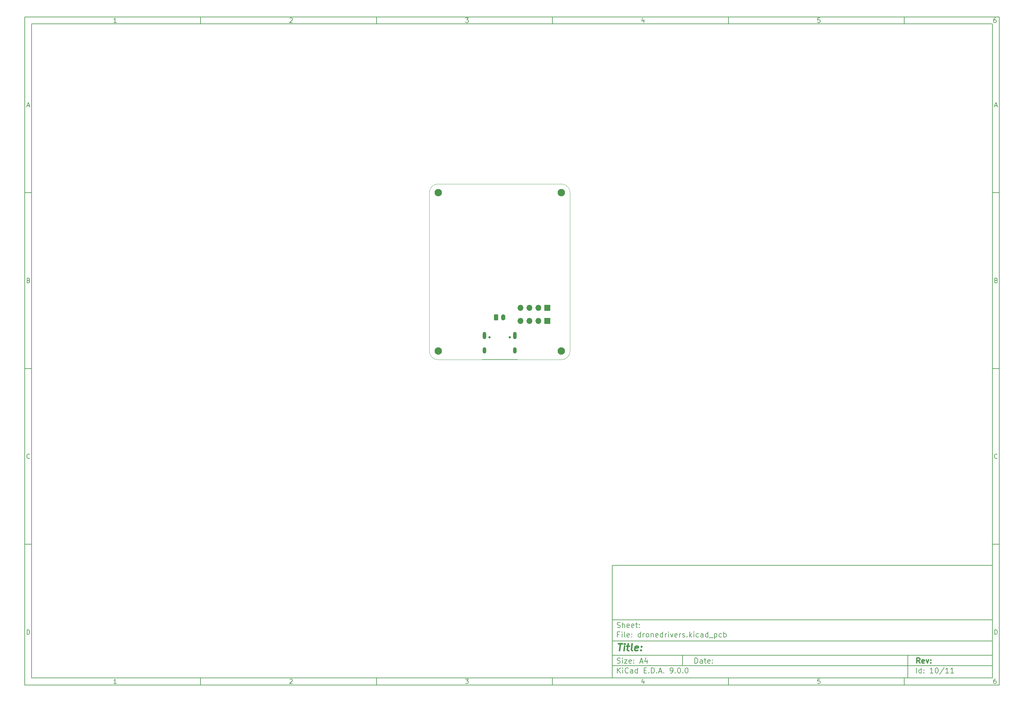
<source format=gbr>
%TF.GenerationSoftware,KiCad,Pcbnew,9.0.0*%
%TF.CreationDate,2025-03-29T01:57:51-05:00*%
%TF.ProjectId,dronedrivers,64726f6e-6564-4726-9976-6572732e6b69,rev?*%
%TF.SameCoordinates,Original*%
%TF.FileFunction,Soldermask,Bot*%
%TF.FilePolarity,Negative*%
%FSLAX46Y46*%
G04 Gerber Fmt 4.6, Leading zero omitted, Abs format (unit mm)*
G04 Created by KiCad (PCBNEW 9.0.0) date 2025-03-29 01:57:51*
%MOMM*%
%LPD*%
G01*
G04 APERTURE LIST*
G04 Aperture macros list*
%AMRoundRect*
0 Rectangle with rounded corners*
0 $1 Rounding radius*
0 $2 $3 $4 $5 $6 $7 $8 $9 X,Y pos of 4 corners*
0 Add a 4 corners polygon primitive as box body*
4,1,4,$2,$3,$4,$5,$6,$7,$8,$9,$2,$3,0*
0 Add four circle primitives for the rounded corners*
1,1,$1+$1,$2,$3*
1,1,$1+$1,$4,$5*
1,1,$1+$1,$6,$7*
1,1,$1+$1,$8,$9*
0 Add four rect primitives between the rounded corners*
20,1,$1+$1,$2,$3,$4,$5,0*
20,1,$1+$1,$4,$5,$6,$7,0*
20,1,$1+$1,$6,$7,$8,$9,0*
20,1,$1+$1,$8,$9,$2,$3,0*%
G04 Aperture macros list end*
%ADD10C,0.100000*%
%ADD11C,0.150000*%
%ADD12C,0.300000*%
%ADD13C,0.400000*%
%ADD14O,1.000000X1.800000*%
%ADD15O,1.000000X2.100000*%
%ADD16C,0.650000*%
%ADD17C,2.100000*%
%ADD18R,1.700000X1.700000*%
%ADD19O,1.700000X1.700000*%
%ADD20O,1.200000X1.750000*%
%ADD21RoundRect,0.250000X-0.350000X-0.625000X0.350000X-0.625000X0.350000X0.625000X-0.350000X0.625000X0*%
%TA.AperFunction,Profile*%
%ADD22C,0.050000*%
%TD*%
G04 APERTURE END LIST*
D10*
D11*
X177002200Y-166007200D02*
X285002200Y-166007200D01*
X285002200Y-198007200D01*
X177002200Y-198007200D01*
X177002200Y-166007200D01*
D10*
D11*
X10000000Y-10000000D02*
X287002200Y-10000000D01*
X287002200Y-200007200D01*
X10000000Y-200007200D01*
X10000000Y-10000000D01*
D10*
D11*
X12000000Y-12000000D02*
X285002200Y-12000000D01*
X285002200Y-198007200D01*
X12000000Y-198007200D01*
X12000000Y-12000000D01*
D10*
D11*
X60000000Y-12000000D02*
X60000000Y-10000000D01*
D10*
D11*
X110000000Y-12000000D02*
X110000000Y-10000000D01*
D10*
D11*
X160000000Y-12000000D02*
X160000000Y-10000000D01*
D10*
D11*
X210000000Y-12000000D02*
X210000000Y-10000000D01*
D10*
D11*
X260000000Y-12000000D02*
X260000000Y-10000000D01*
D10*
D11*
X36089160Y-11593604D02*
X35346303Y-11593604D01*
X35717731Y-11593604D02*
X35717731Y-10293604D01*
X35717731Y-10293604D02*
X35593922Y-10479319D01*
X35593922Y-10479319D02*
X35470112Y-10603128D01*
X35470112Y-10603128D02*
X35346303Y-10665033D01*
D10*
D11*
X85346303Y-10417414D02*
X85408207Y-10355509D01*
X85408207Y-10355509D02*
X85532017Y-10293604D01*
X85532017Y-10293604D02*
X85841541Y-10293604D01*
X85841541Y-10293604D02*
X85965350Y-10355509D01*
X85965350Y-10355509D02*
X86027255Y-10417414D01*
X86027255Y-10417414D02*
X86089160Y-10541223D01*
X86089160Y-10541223D02*
X86089160Y-10665033D01*
X86089160Y-10665033D02*
X86027255Y-10850747D01*
X86027255Y-10850747D02*
X85284398Y-11593604D01*
X85284398Y-11593604D02*
X86089160Y-11593604D01*
D10*
D11*
X135284398Y-10293604D02*
X136089160Y-10293604D01*
X136089160Y-10293604D02*
X135655826Y-10788842D01*
X135655826Y-10788842D02*
X135841541Y-10788842D01*
X135841541Y-10788842D02*
X135965350Y-10850747D01*
X135965350Y-10850747D02*
X136027255Y-10912652D01*
X136027255Y-10912652D02*
X136089160Y-11036461D01*
X136089160Y-11036461D02*
X136089160Y-11345985D01*
X136089160Y-11345985D02*
X136027255Y-11469795D01*
X136027255Y-11469795D02*
X135965350Y-11531700D01*
X135965350Y-11531700D02*
X135841541Y-11593604D01*
X135841541Y-11593604D02*
X135470112Y-11593604D01*
X135470112Y-11593604D02*
X135346303Y-11531700D01*
X135346303Y-11531700D02*
X135284398Y-11469795D01*
D10*
D11*
X185965350Y-10726938D02*
X185965350Y-11593604D01*
X185655826Y-10231700D02*
X185346303Y-11160271D01*
X185346303Y-11160271D02*
X186151064Y-11160271D01*
D10*
D11*
X236027255Y-10293604D02*
X235408207Y-10293604D01*
X235408207Y-10293604D02*
X235346303Y-10912652D01*
X235346303Y-10912652D02*
X235408207Y-10850747D01*
X235408207Y-10850747D02*
X235532017Y-10788842D01*
X235532017Y-10788842D02*
X235841541Y-10788842D01*
X235841541Y-10788842D02*
X235965350Y-10850747D01*
X235965350Y-10850747D02*
X236027255Y-10912652D01*
X236027255Y-10912652D02*
X236089160Y-11036461D01*
X236089160Y-11036461D02*
X236089160Y-11345985D01*
X236089160Y-11345985D02*
X236027255Y-11469795D01*
X236027255Y-11469795D02*
X235965350Y-11531700D01*
X235965350Y-11531700D02*
X235841541Y-11593604D01*
X235841541Y-11593604D02*
X235532017Y-11593604D01*
X235532017Y-11593604D02*
X235408207Y-11531700D01*
X235408207Y-11531700D02*
X235346303Y-11469795D01*
D10*
D11*
X285965350Y-10293604D02*
X285717731Y-10293604D01*
X285717731Y-10293604D02*
X285593922Y-10355509D01*
X285593922Y-10355509D02*
X285532017Y-10417414D01*
X285532017Y-10417414D02*
X285408207Y-10603128D01*
X285408207Y-10603128D02*
X285346303Y-10850747D01*
X285346303Y-10850747D02*
X285346303Y-11345985D01*
X285346303Y-11345985D02*
X285408207Y-11469795D01*
X285408207Y-11469795D02*
X285470112Y-11531700D01*
X285470112Y-11531700D02*
X285593922Y-11593604D01*
X285593922Y-11593604D02*
X285841541Y-11593604D01*
X285841541Y-11593604D02*
X285965350Y-11531700D01*
X285965350Y-11531700D02*
X286027255Y-11469795D01*
X286027255Y-11469795D02*
X286089160Y-11345985D01*
X286089160Y-11345985D02*
X286089160Y-11036461D01*
X286089160Y-11036461D02*
X286027255Y-10912652D01*
X286027255Y-10912652D02*
X285965350Y-10850747D01*
X285965350Y-10850747D02*
X285841541Y-10788842D01*
X285841541Y-10788842D02*
X285593922Y-10788842D01*
X285593922Y-10788842D02*
X285470112Y-10850747D01*
X285470112Y-10850747D02*
X285408207Y-10912652D01*
X285408207Y-10912652D02*
X285346303Y-11036461D01*
D10*
D11*
X60000000Y-198007200D02*
X60000000Y-200007200D01*
D10*
D11*
X110000000Y-198007200D02*
X110000000Y-200007200D01*
D10*
D11*
X160000000Y-198007200D02*
X160000000Y-200007200D01*
D10*
D11*
X210000000Y-198007200D02*
X210000000Y-200007200D01*
D10*
D11*
X260000000Y-198007200D02*
X260000000Y-200007200D01*
D10*
D11*
X36089160Y-199600804D02*
X35346303Y-199600804D01*
X35717731Y-199600804D02*
X35717731Y-198300804D01*
X35717731Y-198300804D02*
X35593922Y-198486519D01*
X35593922Y-198486519D02*
X35470112Y-198610328D01*
X35470112Y-198610328D02*
X35346303Y-198672233D01*
D10*
D11*
X85346303Y-198424614D02*
X85408207Y-198362709D01*
X85408207Y-198362709D02*
X85532017Y-198300804D01*
X85532017Y-198300804D02*
X85841541Y-198300804D01*
X85841541Y-198300804D02*
X85965350Y-198362709D01*
X85965350Y-198362709D02*
X86027255Y-198424614D01*
X86027255Y-198424614D02*
X86089160Y-198548423D01*
X86089160Y-198548423D02*
X86089160Y-198672233D01*
X86089160Y-198672233D02*
X86027255Y-198857947D01*
X86027255Y-198857947D02*
X85284398Y-199600804D01*
X85284398Y-199600804D02*
X86089160Y-199600804D01*
D10*
D11*
X135284398Y-198300804D02*
X136089160Y-198300804D01*
X136089160Y-198300804D02*
X135655826Y-198796042D01*
X135655826Y-198796042D02*
X135841541Y-198796042D01*
X135841541Y-198796042D02*
X135965350Y-198857947D01*
X135965350Y-198857947D02*
X136027255Y-198919852D01*
X136027255Y-198919852D02*
X136089160Y-199043661D01*
X136089160Y-199043661D02*
X136089160Y-199353185D01*
X136089160Y-199353185D02*
X136027255Y-199476995D01*
X136027255Y-199476995D02*
X135965350Y-199538900D01*
X135965350Y-199538900D02*
X135841541Y-199600804D01*
X135841541Y-199600804D02*
X135470112Y-199600804D01*
X135470112Y-199600804D02*
X135346303Y-199538900D01*
X135346303Y-199538900D02*
X135284398Y-199476995D01*
D10*
D11*
X185965350Y-198734138D02*
X185965350Y-199600804D01*
X185655826Y-198238900D02*
X185346303Y-199167471D01*
X185346303Y-199167471D02*
X186151064Y-199167471D01*
D10*
D11*
X236027255Y-198300804D02*
X235408207Y-198300804D01*
X235408207Y-198300804D02*
X235346303Y-198919852D01*
X235346303Y-198919852D02*
X235408207Y-198857947D01*
X235408207Y-198857947D02*
X235532017Y-198796042D01*
X235532017Y-198796042D02*
X235841541Y-198796042D01*
X235841541Y-198796042D02*
X235965350Y-198857947D01*
X235965350Y-198857947D02*
X236027255Y-198919852D01*
X236027255Y-198919852D02*
X236089160Y-199043661D01*
X236089160Y-199043661D02*
X236089160Y-199353185D01*
X236089160Y-199353185D02*
X236027255Y-199476995D01*
X236027255Y-199476995D02*
X235965350Y-199538900D01*
X235965350Y-199538900D02*
X235841541Y-199600804D01*
X235841541Y-199600804D02*
X235532017Y-199600804D01*
X235532017Y-199600804D02*
X235408207Y-199538900D01*
X235408207Y-199538900D02*
X235346303Y-199476995D01*
D10*
D11*
X285965350Y-198300804D02*
X285717731Y-198300804D01*
X285717731Y-198300804D02*
X285593922Y-198362709D01*
X285593922Y-198362709D02*
X285532017Y-198424614D01*
X285532017Y-198424614D02*
X285408207Y-198610328D01*
X285408207Y-198610328D02*
X285346303Y-198857947D01*
X285346303Y-198857947D02*
X285346303Y-199353185D01*
X285346303Y-199353185D02*
X285408207Y-199476995D01*
X285408207Y-199476995D02*
X285470112Y-199538900D01*
X285470112Y-199538900D02*
X285593922Y-199600804D01*
X285593922Y-199600804D02*
X285841541Y-199600804D01*
X285841541Y-199600804D02*
X285965350Y-199538900D01*
X285965350Y-199538900D02*
X286027255Y-199476995D01*
X286027255Y-199476995D02*
X286089160Y-199353185D01*
X286089160Y-199353185D02*
X286089160Y-199043661D01*
X286089160Y-199043661D02*
X286027255Y-198919852D01*
X286027255Y-198919852D02*
X285965350Y-198857947D01*
X285965350Y-198857947D02*
X285841541Y-198796042D01*
X285841541Y-198796042D02*
X285593922Y-198796042D01*
X285593922Y-198796042D02*
X285470112Y-198857947D01*
X285470112Y-198857947D02*
X285408207Y-198919852D01*
X285408207Y-198919852D02*
X285346303Y-199043661D01*
D10*
D11*
X10000000Y-60000000D02*
X12000000Y-60000000D01*
D10*
D11*
X10000000Y-110000000D02*
X12000000Y-110000000D01*
D10*
D11*
X10000000Y-160000000D02*
X12000000Y-160000000D01*
D10*
D11*
X10690476Y-35222176D02*
X11309523Y-35222176D01*
X10566666Y-35593604D02*
X10999999Y-34293604D01*
X10999999Y-34293604D02*
X11433333Y-35593604D01*
D10*
D11*
X11092857Y-84912652D02*
X11278571Y-84974557D01*
X11278571Y-84974557D02*
X11340476Y-85036461D01*
X11340476Y-85036461D02*
X11402380Y-85160271D01*
X11402380Y-85160271D02*
X11402380Y-85345985D01*
X11402380Y-85345985D02*
X11340476Y-85469795D01*
X11340476Y-85469795D02*
X11278571Y-85531700D01*
X11278571Y-85531700D02*
X11154761Y-85593604D01*
X11154761Y-85593604D02*
X10659523Y-85593604D01*
X10659523Y-85593604D02*
X10659523Y-84293604D01*
X10659523Y-84293604D02*
X11092857Y-84293604D01*
X11092857Y-84293604D02*
X11216666Y-84355509D01*
X11216666Y-84355509D02*
X11278571Y-84417414D01*
X11278571Y-84417414D02*
X11340476Y-84541223D01*
X11340476Y-84541223D02*
X11340476Y-84665033D01*
X11340476Y-84665033D02*
X11278571Y-84788842D01*
X11278571Y-84788842D02*
X11216666Y-84850747D01*
X11216666Y-84850747D02*
X11092857Y-84912652D01*
X11092857Y-84912652D02*
X10659523Y-84912652D01*
D10*
D11*
X11402380Y-135469795D02*
X11340476Y-135531700D01*
X11340476Y-135531700D02*
X11154761Y-135593604D01*
X11154761Y-135593604D02*
X11030952Y-135593604D01*
X11030952Y-135593604D02*
X10845238Y-135531700D01*
X10845238Y-135531700D02*
X10721428Y-135407890D01*
X10721428Y-135407890D02*
X10659523Y-135284080D01*
X10659523Y-135284080D02*
X10597619Y-135036461D01*
X10597619Y-135036461D02*
X10597619Y-134850747D01*
X10597619Y-134850747D02*
X10659523Y-134603128D01*
X10659523Y-134603128D02*
X10721428Y-134479319D01*
X10721428Y-134479319D02*
X10845238Y-134355509D01*
X10845238Y-134355509D02*
X11030952Y-134293604D01*
X11030952Y-134293604D02*
X11154761Y-134293604D01*
X11154761Y-134293604D02*
X11340476Y-134355509D01*
X11340476Y-134355509D02*
X11402380Y-134417414D01*
D10*
D11*
X10659523Y-185593604D02*
X10659523Y-184293604D01*
X10659523Y-184293604D02*
X10969047Y-184293604D01*
X10969047Y-184293604D02*
X11154761Y-184355509D01*
X11154761Y-184355509D02*
X11278571Y-184479319D01*
X11278571Y-184479319D02*
X11340476Y-184603128D01*
X11340476Y-184603128D02*
X11402380Y-184850747D01*
X11402380Y-184850747D02*
X11402380Y-185036461D01*
X11402380Y-185036461D02*
X11340476Y-185284080D01*
X11340476Y-185284080D02*
X11278571Y-185407890D01*
X11278571Y-185407890D02*
X11154761Y-185531700D01*
X11154761Y-185531700D02*
X10969047Y-185593604D01*
X10969047Y-185593604D02*
X10659523Y-185593604D01*
D10*
D11*
X287002200Y-60000000D02*
X285002200Y-60000000D01*
D10*
D11*
X287002200Y-110000000D02*
X285002200Y-110000000D01*
D10*
D11*
X287002200Y-160000000D02*
X285002200Y-160000000D01*
D10*
D11*
X285692676Y-35222176D02*
X286311723Y-35222176D01*
X285568866Y-35593604D02*
X286002199Y-34293604D01*
X286002199Y-34293604D02*
X286435533Y-35593604D01*
D10*
D11*
X286095057Y-84912652D02*
X286280771Y-84974557D01*
X286280771Y-84974557D02*
X286342676Y-85036461D01*
X286342676Y-85036461D02*
X286404580Y-85160271D01*
X286404580Y-85160271D02*
X286404580Y-85345985D01*
X286404580Y-85345985D02*
X286342676Y-85469795D01*
X286342676Y-85469795D02*
X286280771Y-85531700D01*
X286280771Y-85531700D02*
X286156961Y-85593604D01*
X286156961Y-85593604D02*
X285661723Y-85593604D01*
X285661723Y-85593604D02*
X285661723Y-84293604D01*
X285661723Y-84293604D02*
X286095057Y-84293604D01*
X286095057Y-84293604D02*
X286218866Y-84355509D01*
X286218866Y-84355509D02*
X286280771Y-84417414D01*
X286280771Y-84417414D02*
X286342676Y-84541223D01*
X286342676Y-84541223D02*
X286342676Y-84665033D01*
X286342676Y-84665033D02*
X286280771Y-84788842D01*
X286280771Y-84788842D02*
X286218866Y-84850747D01*
X286218866Y-84850747D02*
X286095057Y-84912652D01*
X286095057Y-84912652D02*
X285661723Y-84912652D01*
D10*
D11*
X286404580Y-135469795D02*
X286342676Y-135531700D01*
X286342676Y-135531700D02*
X286156961Y-135593604D01*
X286156961Y-135593604D02*
X286033152Y-135593604D01*
X286033152Y-135593604D02*
X285847438Y-135531700D01*
X285847438Y-135531700D02*
X285723628Y-135407890D01*
X285723628Y-135407890D02*
X285661723Y-135284080D01*
X285661723Y-135284080D02*
X285599819Y-135036461D01*
X285599819Y-135036461D02*
X285599819Y-134850747D01*
X285599819Y-134850747D02*
X285661723Y-134603128D01*
X285661723Y-134603128D02*
X285723628Y-134479319D01*
X285723628Y-134479319D02*
X285847438Y-134355509D01*
X285847438Y-134355509D02*
X286033152Y-134293604D01*
X286033152Y-134293604D02*
X286156961Y-134293604D01*
X286156961Y-134293604D02*
X286342676Y-134355509D01*
X286342676Y-134355509D02*
X286404580Y-134417414D01*
D10*
D11*
X285661723Y-185593604D02*
X285661723Y-184293604D01*
X285661723Y-184293604D02*
X285971247Y-184293604D01*
X285971247Y-184293604D02*
X286156961Y-184355509D01*
X286156961Y-184355509D02*
X286280771Y-184479319D01*
X286280771Y-184479319D02*
X286342676Y-184603128D01*
X286342676Y-184603128D02*
X286404580Y-184850747D01*
X286404580Y-184850747D02*
X286404580Y-185036461D01*
X286404580Y-185036461D02*
X286342676Y-185284080D01*
X286342676Y-185284080D02*
X286280771Y-185407890D01*
X286280771Y-185407890D02*
X286156961Y-185531700D01*
X286156961Y-185531700D02*
X285971247Y-185593604D01*
X285971247Y-185593604D02*
X285661723Y-185593604D01*
D10*
D11*
X200458026Y-193793328D02*
X200458026Y-192293328D01*
X200458026Y-192293328D02*
X200815169Y-192293328D01*
X200815169Y-192293328D02*
X201029455Y-192364757D01*
X201029455Y-192364757D02*
X201172312Y-192507614D01*
X201172312Y-192507614D02*
X201243741Y-192650471D01*
X201243741Y-192650471D02*
X201315169Y-192936185D01*
X201315169Y-192936185D02*
X201315169Y-193150471D01*
X201315169Y-193150471D02*
X201243741Y-193436185D01*
X201243741Y-193436185D02*
X201172312Y-193579042D01*
X201172312Y-193579042D02*
X201029455Y-193721900D01*
X201029455Y-193721900D02*
X200815169Y-193793328D01*
X200815169Y-193793328D02*
X200458026Y-193793328D01*
X202600884Y-193793328D02*
X202600884Y-193007614D01*
X202600884Y-193007614D02*
X202529455Y-192864757D01*
X202529455Y-192864757D02*
X202386598Y-192793328D01*
X202386598Y-192793328D02*
X202100884Y-192793328D01*
X202100884Y-192793328D02*
X201958026Y-192864757D01*
X202600884Y-193721900D02*
X202458026Y-193793328D01*
X202458026Y-193793328D02*
X202100884Y-193793328D01*
X202100884Y-193793328D02*
X201958026Y-193721900D01*
X201958026Y-193721900D02*
X201886598Y-193579042D01*
X201886598Y-193579042D02*
X201886598Y-193436185D01*
X201886598Y-193436185D02*
X201958026Y-193293328D01*
X201958026Y-193293328D02*
X202100884Y-193221900D01*
X202100884Y-193221900D02*
X202458026Y-193221900D01*
X202458026Y-193221900D02*
X202600884Y-193150471D01*
X203100884Y-192793328D02*
X203672312Y-192793328D01*
X203315169Y-192293328D02*
X203315169Y-193579042D01*
X203315169Y-193579042D02*
X203386598Y-193721900D01*
X203386598Y-193721900D02*
X203529455Y-193793328D01*
X203529455Y-193793328D02*
X203672312Y-193793328D01*
X204743741Y-193721900D02*
X204600884Y-193793328D01*
X204600884Y-193793328D02*
X204315170Y-193793328D01*
X204315170Y-193793328D02*
X204172312Y-193721900D01*
X204172312Y-193721900D02*
X204100884Y-193579042D01*
X204100884Y-193579042D02*
X204100884Y-193007614D01*
X204100884Y-193007614D02*
X204172312Y-192864757D01*
X204172312Y-192864757D02*
X204315170Y-192793328D01*
X204315170Y-192793328D02*
X204600884Y-192793328D01*
X204600884Y-192793328D02*
X204743741Y-192864757D01*
X204743741Y-192864757D02*
X204815170Y-193007614D01*
X204815170Y-193007614D02*
X204815170Y-193150471D01*
X204815170Y-193150471D02*
X204100884Y-193293328D01*
X205458026Y-193650471D02*
X205529455Y-193721900D01*
X205529455Y-193721900D02*
X205458026Y-193793328D01*
X205458026Y-193793328D02*
X205386598Y-193721900D01*
X205386598Y-193721900D02*
X205458026Y-193650471D01*
X205458026Y-193650471D02*
X205458026Y-193793328D01*
X205458026Y-192864757D02*
X205529455Y-192936185D01*
X205529455Y-192936185D02*
X205458026Y-193007614D01*
X205458026Y-193007614D02*
X205386598Y-192936185D01*
X205386598Y-192936185D02*
X205458026Y-192864757D01*
X205458026Y-192864757D02*
X205458026Y-193007614D01*
D10*
D11*
X177002200Y-194507200D02*
X285002200Y-194507200D01*
D10*
D11*
X178458026Y-196593328D02*
X178458026Y-195093328D01*
X179315169Y-196593328D02*
X178672312Y-195736185D01*
X179315169Y-195093328D02*
X178458026Y-195950471D01*
X179958026Y-196593328D02*
X179958026Y-195593328D01*
X179958026Y-195093328D02*
X179886598Y-195164757D01*
X179886598Y-195164757D02*
X179958026Y-195236185D01*
X179958026Y-195236185D02*
X180029455Y-195164757D01*
X180029455Y-195164757D02*
X179958026Y-195093328D01*
X179958026Y-195093328D02*
X179958026Y-195236185D01*
X181529455Y-196450471D02*
X181458027Y-196521900D01*
X181458027Y-196521900D02*
X181243741Y-196593328D01*
X181243741Y-196593328D02*
X181100884Y-196593328D01*
X181100884Y-196593328D02*
X180886598Y-196521900D01*
X180886598Y-196521900D02*
X180743741Y-196379042D01*
X180743741Y-196379042D02*
X180672312Y-196236185D01*
X180672312Y-196236185D02*
X180600884Y-195950471D01*
X180600884Y-195950471D02*
X180600884Y-195736185D01*
X180600884Y-195736185D02*
X180672312Y-195450471D01*
X180672312Y-195450471D02*
X180743741Y-195307614D01*
X180743741Y-195307614D02*
X180886598Y-195164757D01*
X180886598Y-195164757D02*
X181100884Y-195093328D01*
X181100884Y-195093328D02*
X181243741Y-195093328D01*
X181243741Y-195093328D02*
X181458027Y-195164757D01*
X181458027Y-195164757D02*
X181529455Y-195236185D01*
X182815170Y-196593328D02*
X182815170Y-195807614D01*
X182815170Y-195807614D02*
X182743741Y-195664757D01*
X182743741Y-195664757D02*
X182600884Y-195593328D01*
X182600884Y-195593328D02*
X182315170Y-195593328D01*
X182315170Y-195593328D02*
X182172312Y-195664757D01*
X182815170Y-196521900D02*
X182672312Y-196593328D01*
X182672312Y-196593328D02*
X182315170Y-196593328D01*
X182315170Y-196593328D02*
X182172312Y-196521900D01*
X182172312Y-196521900D02*
X182100884Y-196379042D01*
X182100884Y-196379042D02*
X182100884Y-196236185D01*
X182100884Y-196236185D02*
X182172312Y-196093328D01*
X182172312Y-196093328D02*
X182315170Y-196021900D01*
X182315170Y-196021900D02*
X182672312Y-196021900D01*
X182672312Y-196021900D02*
X182815170Y-195950471D01*
X184172313Y-196593328D02*
X184172313Y-195093328D01*
X184172313Y-196521900D02*
X184029455Y-196593328D01*
X184029455Y-196593328D02*
X183743741Y-196593328D01*
X183743741Y-196593328D02*
X183600884Y-196521900D01*
X183600884Y-196521900D02*
X183529455Y-196450471D01*
X183529455Y-196450471D02*
X183458027Y-196307614D01*
X183458027Y-196307614D02*
X183458027Y-195879042D01*
X183458027Y-195879042D02*
X183529455Y-195736185D01*
X183529455Y-195736185D02*
X183600884Y-195664757D01*
X183600884Y-195664757D02*
X183743741Y-195593328D01*
X183743741Y-195593328D02*
X184029455Y-195593328D01*
X184029455Y-195593328D02*
X184172313Y-195664757D01*
X186029455Y-195807614D02*
X186529455Y-195807614D01*
X186743741Y-196593328D02*
X186029455Y-196593328D01*
X186029455Y-196593328D02*
X186029455Y-195093328D01*
X186029455Y-195093328D02*
X186743741Y-195093328D01*
X187386598Y-196450471D02*
X187458027Y-196521900D01*
X187458027Y-196521900D02*
X187386598Y-196593328D01*
X187386598Y-196593328D02*
X187315170Y-196521900D01*
X187315170Y-196521900D02*
X187386598Y-196450471D01*
X187386598Y-196450471D02*
X187386598Y-196593328D01*
X188100884Y-196593328D02*
X188100884Y-195093328D01*
X188100884Y-195093328D02*
X188458027Y-195093328D01*
X188458027Y-195093328D02*
X188672313Y-195164757D01*
X188672313Y-195164757D02*
X188815170Y-195307614D01*
X188815170Y-195307614D02*
X188886599Y-195450471D01*
X188886599Y-195450471D02*
X188958027Y-195736185D01*
X188958027Y-195736185D02*
X188958027Y-195950471D01*
X188958027Y-195950471D02*
X188886599Y-196236185D01*
X188886599Y-196236185D02*
X188815170Y-196379042D01*
X188815170Y-196379042D02*
X188672313Y-196521900D01*
X188672313Y-196521900D02*
X188458027Y-196593328D01*
X188458027Y-196593328D02*
X188100884Y-196593328D01*
X189600884Y-196450471D02*
X189672313Y-196521900D01*
X189672313Y-196521900D02*
X189600884Y-196593328D01*
X189600884Y-196593328D02*
X189529456Y-196521900D01*
X189529456Y-196521900D02*
X189600884Y-196450471D01*
X189600884Y-196450471D02*
X189600884Y-196593328D01*
X190243742Y-196164757D02*
X190958028Y-196164757D01*
X190100885Y-196593328D02*
X190600885Y-195093328D01*
X190600885Y-195093328D02*
X191100885Y-196593328D01*
X191600884Y-196450471D02*
X191672313Y-196521900D01*
X191672313Y-196521900D02*
X191600884Y-196593328D01*
X191600884Y-196593328D02*
X191529456Y-196521900D01*
X191529456Y-196521900D02*
X191600884Y-196450471D01*
X191600884Y-196450471D02*
X191600884Y-196593328D01*
X193529456Y-196593328D02*
X193815170Y-196593328D01*
X193815170Y-196593328D02*
X193958027Y-196521900D01*
X193958027Y-196521900D02*
X194029456Y-196450471D01*
X194029456Y-196450471D02*
X194172313Y-196236185D01*
X194172313Y-196236185D02*
X194243742Y-195950471D01*
X194243742Y-195950471D02*
X194243742Y-195379042D01*
X194243742Y-195379042D02*
X194172313Y-195236185D01*
X194172313Y-195236185D02*
X194100885Y-195164757D01*
X194100885Y-195164757D02*
X193958027Y-195093328D01*
X193958027Y-195093328D02*
X193672313Y-195093328D01*
X193672313Y-195093328D02*
X193529456Y-195164757D01*
X193529456Y-195164757D02*
X193458027Y-195236185D01*
X193458027Y-195236185D02*
X193386599Y-195379042D01*
X193386599Y-195379042D02*
X193386599Y-195736185D01*
X193386599Y-195736185D02*
X193458027Y-195879042D01*
X193458027Y-195879042D02*
X193529456Y-195950471D01*
X193529456Y-195950471D02*
X193672313Y-196021900D01*
X193672313Y-196021900D02*
X193958027Y-196021900D01*
X193958027Y-196021900D02*
X194100885Y-195950471D01*
X194100885Y-195950471D02*
X194172313Y-195879042D01*
X194172313Y-195879042D02*
X194243742Y-195736185D01*
X194886598Y-196450471D02*
X194958027Y-196521900D01*
X194958027Y-196521900D02*
X194886598Y-196593328D01*
X194886598Y-196593328D02*
X194815170Y-196521900D01*
X194815170Y-196521900D02*
X194886598Y-196450471D01*
X194886598Y-196450471D02*
X194886598Y-196593328D01*
X195886599Y-195093328D02*
X196029456Y-195093328D01*
X196029456Y-195093328D02*
X196172313Y-195164757D01*
X196172313Y-195164757D02*
X196243742Y-195236185D01*
X196243742Y-195236185D02*
X196315170Y-195379042D01*
X196315170Y-195379042D02*
X196386599Y-195664757D01*
X196386599Y-195664757D02*
X196386599Y-196021900D01*
X196386599Y-196021900D02*
X196315170Y-196307614D01*
X196315170Y-196307614D02*
X196243742Y-196450471D01*
X196243742Y-196450471D02*
X196172313Y-196521900D01*
X196172313Y-196521900D02*
X196029456Y-196593328D01*
X196029456Y-196593328D02*
X195886599Y-196593328D01*
X195886599Y-196593328D02*
X195743742Y-196521900D01*
X195743742Y-196521900D02*
X195672313Y-196450471D01*
X195672313Y-196450471D02*
X195600884Y-196307614D01*
X195600884Y-196307614D02*
X195529456Y-196021900D01*
X195529456Y-196021900D02*
X195529456Y-195664757D01*
X195529456Y-195664757D02*
X195600884Y-195379042D01*
X195600884Y-195379042D02*
X195672313Y-195236185D01*
X195672313Y-195236185D02*
X195743742Y-195164757D01*
X195743742Y-195164757D02*
X195886599Y-195093328D01*
X197029455Y-196450471D02*
X197100884Y-196521900D01*
X197100884Y-196521900D02*
X197029455Y-196593328D01*
X197029455Y-196593328D02*
X196958027Y-196521900D01*
X196958027Y-196521900D02*
X197029455Y-196450471D01*
X197029455Y-196450471D02*
X197029455Y-196593328D01*
X198029456Y-195093328D02*
X198172313Y-195093328D01*
X198172313Y-195093328D02*
X198315170Y-195164757D01*
X198315170Y-195164757D02*
X198386599Y-195236185D01*
X198386599Y-195236185D02*
X198458027Y-195379042D01*
X198458027Y-195379042D02*
X198529456Y-195664757D01*
X198529456Y-195664757D02*
X198529456Y-196021900D01*
X198529456Y-196021900D02*
X198458027Y-196307614D01*
X198458027Y-196307614D02*
X198386599Y-196450471D01*
X198386599Y-196450471D02*
X198315170Y-196521900D01*
X198315170Y-196521900D02*
X198172313Y-196593328D01*
X198172313Y-196593328D02*
X198029456Y-196593328D01*
X198029456Y-196593328D02*
X197886599Y-196521900D01*
X197886599Y-196521900D02*
X197815170Y-196450471D01*
X197815170Y-196450471D02*
X197743741Y-196307614D01*
X197743741Y-196307614D02*
X197672313Y-196021900D01*
X197672313Y-196021900D02*
X197672313Y-195664757D01*
X197672313Y-195664757D02*
X197743741Y-195379042D01*
X197743741Y-195379042D02*
X197815170Y-195236185D01*
X197815170Y-195236185D02*
X197886599Y-195164757D01*
X197886599Y-195164757D02*
X198029456Y-195093328D01*
D10*
D11*
X177002200Y-191507200D02*
X285002200Y-191507200D01*
D10*
D12*
X264413853Y-193785528D02*
X263913853Y-193071242D01*
X263556710Y-193785528D02*
X263556710Y-192285528D01*
X263556710Y-192285528D02*
X264128139Y-192285528D01*
X264128139Y-192285528D02*
X264270996Y-192356957D01*
X264270996Y-192356957D02*
X264342425Y-192428385D01*
X264342425Y-192428385D02*
X264413853Y-192571242D01*
X264413853Y-192571242D02*
X264413853Y-192785528D01*
X264413853Y-192785528D02*
X264342425Y-192928385D01*
X264342425Y-192928385D02*
X264270996Y-192999814D01*
X264270996Y-192999814D02*
X264128139Y-193071242D01*
X264128139Y-193071242D02*
X263556710Y-193071242D01*
X265628139Y-193714100D02*
X265485282Y-193785528D01*
X265485282Y-193785528D02*
X265199568Y-193785528D01*
X265199568Y-193785528D02*
X265056710Y-193714100D01*
X265056710Y-193714100D02*
X264985282Y-193571242D01*
X264985282Y-193571242D02*
X264985282Y-192999814D01*
X264985282Y-192999814D02*
X265056710Y-192856957D01*
X265056710Y-192856957D02*
X265199568Y-192785528D01*
X265199568Y-192785528D02*
X265485282Y-192785528D01*
X265485282Y-192785528D02*
X265628139Y-192856957D01*
X265628139Y-192856957D02*
X265699568Y-192999814D01*
X265699568Y-192999814D02*
X265699568Y-193142671D01*
X265699568Y-193142671D02*
X264985282Y-193285528D01*
X266199567Y-192785528D02*
X266556710Y-193785528D01*
X266556710Y-193785528D02*
X266913853Y-192785528D01*
X267485281Y-193642671D02*
X267556710Y-193714100D01*
X267556710Y-193714100D02*
X267485281Y-193785528D01*
X267485281Y-193785528D02*
X267413853Y-193714100D01*
X267413853Y-193714100D02*
X267485281Y-193642671D01*
X267485281Y-193642671D02*
X267485281Y-193785528D01*
X267485281Y-192856957D02*
X267556710Y-192928385D01*
X267556710Y-192928385D02*
X267485281Y-192999814D01*
X267485281Y-192999814D02*
X267413853Y-192928385D01*
X267413853Y-192928385D02*
X267485281Y-192856957D01*
X267485281Y-192856957D02*
X267485281Y-192999814D01*
D10*
D11*
X178386598Y-193721900D02*
X178600884Y-193793328D01*
X178600884Y-193793328D02*
X178958026Y-193793328D01*
X178958026Y-193793328D02*
X179100884Y-193721900D01*
X179100884Y-193721900D02*
X179172312Y-193650471D01*
X179172312Y-193650471D02*
X179243741Y-193507614D01*
X179243741Y-193507614D02*
X179243741Y-193364757D01*
X179243741Y-193364757D02*
X179172312Y-193221900D01*
X179172312Y-193221900D02*
X179100884Y-193150471D01*
X179100884Y-193150471D02*
X178958026Y-193079042D01*
X178958026Y-193079042D02*
X178672312Y-193007614D01*
X178672312Y-193007614D02*
X178529455Y-192936185D01*
X178529455Y-192936185D02*
X178458026Y-192864757D01*
X178458026Y-192864757D02*
X178386598Y-192721900D01*
X178386598Y-192721900D02*
X178386598Y-192579042D01*
X178386598Y-192579042D02*
X178458026Y-192436185D01*
X178458026Y-192436185D02*
X178529455Y-192364757D01*
X178529455Y-192364757D02*
X178672312Y-192293328D01*
X178672312Y-192293328D02*
X179029455Y-192293328D01*
X179029455Y-192293328D02*
X179243741Y-192364757D01*
X179886597Y-193793328D02*
X179886597Y-192793328D01*
X179886597Y-192293328D02*
X179815169Y-192364757D01*
X179815169Y-192364757D02*
X179886597Y-192436185D01*
X179886597Y-192436185D02*
X179958026Y-192364757D01*
X179958026Y-192364757D02*
X179886597Y-192293328D01*
X179886597Y-192293328D02*
X179886597Y-192436185D01*
X180458026Y-192793328D02*
X181243741Y-192793328D01*
X181243741Y-192793328D02*
X180458026Y-193793328D01*
X180458026Y-193793328D02*
X181243741Y-193793328D01*
X182386598Y-193721900D02*
X182243741Y-193793328D01*
X182243741Y-193793328D02*
X181958027Y-193793328D01*
X181958027Y-193793328D02*
X181815169Y-193721900D01*
X181815169Y-193721900D02*
X181743741Y-193579042D01*
X181743741Y-193579042D02*
X181743741Y-193007614D01*
X181743741Y-193007614D02*
X181815169Y-192864757D01*
X181815169Y-192864757D02*
X181958027Y-192793328D01*
X181958027Y-192793328D02*
X182243741Y-192793328D01*
X182243741Y-192793328D02*
X182386598Y-192864757D01*
X182386598Y-192864757D02*
X182458027Y-193007614D01*
X182458027Y-193007614D02*
X182458027Y-193150471D01*
X182458027Y-193150471D02*
X181743741Y-193293328D01*
X183100883Y-193650471D02*
X183172312Y-193721900D01*
X183172312Y-193721900D02*
X183100883Y-193793328D01*
X183100883Y-193793328D02*
X183029455Y-193721900D01*
X183029455Y-193721900D02*
X183100883Y-193650471D01*
X183100883Y-193650471D02*
X183100883Y-193793328D01*
X183100883Y-192864757D02*
X183172312Y-192936185D01*
X183172312Y-192936185D02*
X183100883Y-193007614D01*
X183100883Y-193007614D02*
X183029455Y-192936185D01*
X183029455Y-192936185D02*
X183100883Y-192864757D01*
X183100883Y-192864757D02*
X183100883Y-193007614D01*
X184886598Y-193364757D02*
X185600884Y-193364757D01*
X184743741Y-193793328D02*
X185243741Y-192293328D01*
X185243741Y-192293328D02*
X185743741Y-193793328D01*
X186886598Y-192793328D02*
X186886598Y-193793328D01*
X186529455Y-192221900D02*
X186172312Y-193293328D01*
X186172312Y-193293328D02*
X187100883Y-193293328D01*
D10*
D11*
X263458026Y-196593328D02*
X263458026Y-195093328D01*
X264815170Y-196593328D02*
X264815170Y-195093328D01*
X264815170Y-196521900D02*
X264672312Y-196593328D01*
X264672312Y-196593328D02*
X264386598Y-196593328D01*
X264386598Y-196593328D02*
X264243741Y-196521900D01*
X264243741Y-196521900D02*
X264172312Y-196450471D01*
X264172312Y-196450471D02*
X264100884Y-196307614D01*
X264100884Y-196307614D02*
X264100884Y-195879042D01*
X264100884Y-195879042D02*
X264172312Y-195736185D01*
X264172312Y-195736185D02*
X264243741Y-195664757D01*
X264243741Y-195664757D02*
X264386598Y-195593328D01*
X264386598Y-195593328D02*
X264672312Y-195593328D01*
X264672312Y-195593328D02*
X264815170Y-195664757D01*
X265529455Y-196450471D02*
X265600884Y-196521900D01*
X265600884Y-196521900D02*
X265529455Y-196593328D01*
X265529455Y-196593328D02*
X265458027Y-196521900D01*
X265458027Y-196521900D02*
X265529455Y-196450471D01*
X265529455Y-196450471D02*
X265529455Y-196593328D01*
X265529455Y-195664757D02*
X265600884Y-195736185D01*
X265600884Y-195736185D02*
X265529455Y-195807614D01*
X265529455Y-195807614D02*
X265458027Y-195736185D01*
X265458027Y-195736185D02*
X265529455Y-195664757D01*
X265529455Y-195664757D02*
X265529455Y-195807614D01*
X268172313Y-196593328D02*
X267315170Y-196593328D01*
X267743741Y-196593328D02*
X267743741Y-195093328D01*
X267743741Y-195093328D02*
X267600884Y-195307614D01*
X267600884Y-195307614D02*
X267458027Y-195450471D01*
X267458027Y-195450471D02*
X267315170Y-195521900D01*
X269100884Y-195093328D02*
X269243741Y-195093328D01*
X269243741Y-195093328D02*
X269386598Y-195164757D01*
X269386598Y-195164757D02*
X269458027Y-195236185D01*
X269458027Y-195236185D02*
X269529455Y-195379042D01*
X269529455Y-195379042D02*
X269600884Y-195664757D01*
X269600884Y-195664757D02*
X269600884Y-196021900D01*
X269600884Y-196021900D02*
X269529455Y-196307614D01*
X269529455Y-196307614D02*
X269458027Y-196450471D01*
X269458027Y-196450471D02*
X269386598Y-196521900D01*
X269386598Y-196521900D02*
X269243741Y-196593328D01*
X269243741Y-196593328D02*
X269100884Y-196593328D01*
X269100884Y-196593328D02*
X268958027Y-196521900D01*
X268958027Y-196521900D02*
X268886598Y-196450471D01*
X268886598Y-196450471D02*
X268815169Y-196307614D01*
X268815169Y-196307614D02*
X268743741Y-196021900D01*
X268743741Y-196021900D02*
X268743741Y-195664757D01*
X268743741Y-195664757D02*
X268815169Y-195379042D01*
X268815169Y-195379042D02*
X268886598Y-195236185D01*
X268886598Y-195236185D02*
X268958027Y-195164757D01*
X268958027Y-195164757D02*
X269100884Y-195093328D01*
X271315169Y-195021900D02*
X270029455Y-196950471D01*
X272600884Y-196593328D02*
X271743741Y-196593328D01*
X272172312Y-196593328D02*
X272172312Y-195093328D01*
X272172312Y-195093328D02*
X272029455Y-195307614D01*
X272029455Y-195307614D02*
X271886598Y-195450471D01*
X271886598Y-195450471D02*
X271743741Y-195521900D01*
X274029455Y-196593328D02*
X273172312Y-196593328D01*
X273600883Y-196593328D02*
X273600883Y-195093328D01*
X273600883Y-195093328D02*
X273458026Y-195307614D01*
X273458026Y-195307614D02*
X273315169Y-195450471D01*
X273315169Y-195450471D02*
X273172312Y-195521900D01*
D10*
D11*
X177002200Y-187507200D02*
X285002200Y-187507200D01*
D10*
D13*
X178693928Y-188211638D02*
X179836785Y-188211638D01*
X179015357Y-190211638D02*
X179265357Y-188211638D01*
X180253452Y-190211638D02*
X180420119Y-188878304D01*
X180503452Y-188211638D02*
X180396309Y-188306876D01*
X180396309Y-188306876D02*
X180479643Y-188402114D01*
X180479643Y-188402114D02*
X180586786Y-188306876D01*
X180586786Y-188306876D02*
X180503452Y-188211638D01*
X180503452Y-188211638D02*
X180479643Y-188402114D01*
X181086786Y-188878304D02*
X181848690Y-188878304D01*
X181455833Y-188211638D02*
X181241548Y-189925923D01*
X181241548Y-189925923D02*
X181312976Y-190116400D01*
X181312976Y-190116400D02*
X181491548Y-190211638D01*
X181491548Y-190211638D02*
X181682024Y-190211638D01*
X182634405Y-190211638D02*
X182455833Y-190116400D01*
X182455833Y-190116400D02*
X182384405Y-189925923D01*
X182384405Y-189925923D02*
X182598690Y-188211638D01*
X184170119Y-190116400D02*
X183967738Y-190211638D01*
X183967738Y-190211638D02*
X183586785Y-190211638D01*
X183586785Y-190211638D02*
X183408214Y-190116400D01*
X183408214Y-190116400D02*
X183336785Y-189925923D01*
X183336785Y-189925923D02*
X183432024Y-189164019D01*
X183432024Y-189164019D02*
X183551071Y-188973542D01*
X183551071Y-188973542D02*
X183753452Y-188878304D01*
X183753452Y-188878304D02*
X184134404Y-188878304D01*
X184134404Y-188878304D02*
X184312976Y-188973542D01*
X184312976Y-188973542D02*
X184384404Y-189164019D01*
X184384404Y-189164019D02*
X184360595Y-189354495D01*
X184360595Y-189354495D02*
X183384404Y-189544971D01*
X185134405Y-190021161D02*
X185217738Y-190116400D01*
X185217738Y-190116400D02*
X185110595Y-190211638D01*
X185110595Y-190211638D02*
X185027262Y-190116400D01*
X185027262Y-190116400D02*
X185134405Y-190021161D01*
X185134405Y-190021161D02*
X185110595Y-190211638D01*
X185265357Y-188973542D02*
X185348690Y-189068780D01*
X185348690Y-189068780D02*
X185241548Y-189164019D01*
X185241548Y-189164019D02*
X185158214Y-189068780D01*
X185158214Y-189068780D02*
X185265357Y-188973542D01*
X185265357Y-188973542D02*
X185241548Y-189164019D01*
D10*
D11*
X178958026Y-185607614D02*
X178458026Y-185607614D01*
X178458026Y-186393328D02*
X178458026Y-184893328D01*
X178458026Y-184893328D02*
X179172312Y-184893328D01*
X179743740Y-186393328D02*
X179743740Y-185393328D01*
X179743740Y-184893328D02*
X179672312Y-184964757D01*
X179672312Y-184964757D02*
X179743740Y-185036185D01*
X179743740Y-185036185D02*
X179815169Y-184964757D01*
X179815169Y-184964757D02*
X179743740Y-184893328D01*
X179743740Y-184893328D02*
X179743740Y-185036185D01*
X180672312Y-186393328D02*
X180529455Y-186321900D01*
X180529455Y-186321900D02*
X180458026Y-186179042D01*
X180458026Y-186179042D02*
X180458026Y-184893328D01*
X181815169Y-186321900D02*
X181672312Y-186393328D01*
X181672312Y-186393328D02*
X181386598Y-186393328D01*
X181386598Y-186393328D02*
X181243740Y-186321900D01*
X181243740Y-186321900D02*
X181172312Y-186179042D01*
X181172312Y-186179042D02*
X181172312Y-185607614D01*
X181172312Y-185607614D02*
X181243740Y-185464757D01*
X181243740Y-185464757D02*
X181386598Y-185393328D01*
X181386598Y-185393328D02*
X181672312Y-185393328D01*
X181672312Y-185393328D02*
X181815169Y-185464757D01*
X181815169Y-185464757D02*
X181886598Y-185607614D01*
X181886598Y-185607614D02*
X181886598Y-185750471D01*
X181886598Y-185750471D02*
X181172312Y-185893328D01*
X182529454Y-186250471D02*
X182600883Y-186321900D01*
X182600883Y-186321900D02*
X182529454Y-186393328D01*
X182529454Y-186393328D02*
X182458026Y-186321900D01*
X182458026Y-186321900D02*
X182529454Y-186250471D01*
X182529454Y-186250471D02*
X182529454Y-186393328D01*
X182529454Y-185464757D02*
X182600883Y-185536185D01*
X182600883Y-185536185D02*
X182529454Y-185607614D01*
X182529454Y-185607614D02*
X182458026Y-185536185D01*
X182458026Y-185536185D02*
X182529454Y-185464757D01*
X182529454Y-185464757D02*
X182529454Y-185607614D01*
X185029455Y-186393328D02*
X185029455Y-184893328D01*
X185029455Y-186321900D02*
X184886597Y-186393328D01*
X184886597Y-186393328D02*
X184600883Y-186393328D01*
X184600883Y-186393328D02*
X184458026Y-186321900D01*
X184458026Y-186321900D02*
X184386597Y-186250471D01*
X184386597Y-186250471D02*
X184315169Y-186107614D01*
X184315169Y-186107614D02*
X184315169Y-185679042D01*
X184315169Y-185679042D02*
X184386597Y-185536185D01*
X184386597Y-185536185D02*
X184458026Y-185464757D01*
X184458026Y-185464757D02*
X184600883Y-185393328D01*
X184600883Y-185393328D02*
X184886597Y-185393328D01*
X184886597Y-185393328D02*
X185029455Y-185464757D01*
X185743740Y-186393328D02*
X185743740Y-185393328D01*
X185743740Y-185679042D02*
X185815169Y-185536185D01*
X185815169Y-185536185D02*
X185886598Y-185464757D01*
X185886598Y-185464757D02*
X186029455Y-185393328D01*
X186029455Y-185393328D02*
X186172312Y-185393328D01*
X186886597Y-186393328D02*
X186743740Y-186321900D01*
X186743740Y-186321900D02*
X186672311Y-186250471D01*
X186672311Y-186250471D02*
X186600883Y-186107614D01*
X186600883Y-186107614D02*
X186600883Y-185679042D01*
X186600883Y-185679042D02*
X186672311Y-185536185D01*
X186672311Y-185536185D02*
X186743740Y-185464757D01*
X186743740Y-185464757D02*
X186886597Y-185393328D01*
X186886597Y-185393328D02*
X187100883Y-185393328D01*
X187100883Y-185393328D02*
X187243740Y-185464757D01*
X187243740Y-185464757D02*
X187315169Y-185536185D01*
X187315169Y-185536185D02*
X187386597Y-185679042D01*
X187386597Y-185679042D02*
X187386597Y-186107614D01*
X187386597Y-186107614D02*
X187315169Y-186250471D01*
X187315169Y-186250471D02*
X187243740Y-186321900D01*
X187243740Y-186321900D02*
X187100883Y-186393328D01*
X187100883Y-186393328D02*
X186886597Y-186393328D01*
X188029454Y-185393328D02*
X188029454Y-186393328D01*
X188029454Y-185536185D02*
X188100883Y-185464757D01*
X188100883Y-185464757D02*
X188243740Y-185393328D01*
X188243740Y-185393328D02*
X188458026Y-185393328D01*
X188458026Y-185393328D02*
X188600883Y-185464757D01*
X188600883Y-185464757D02*
X188672312Y-185607614D01*
X188672312Y-185607614D02*
X188672312Y-186393328D01*
X189958026Y-186321900D02*
X189815169Y-186393328D01*
X189815169Y-186393328D02*
X189529455Y-186393328D01*
X189529455Y-186393328D02*
X189386597Y-186321900D01*
X189386597Y-186321900D02*
X189315169Y-186179042D01*
X189315169Y-186179042D02*
X189315169Y-185607614D01*
X189315169Y-185607614D02*
X189386597Y-185464757D01*
X189386597Y-185464757D02*
X189529455Y-185393328D01*
X189529455Y-185393328D02*
X189815169Y-185393328D01*
X189815169Y-185393328D02*
X189958026Y-185464757D01*
X189958026Y-185464757D02*
X190029455Y-185607614D01*
X190029455Y-185607614D02*
X190029455Y-185750471D01*
X190029455Y-185750471D02*
X189315169Y-185893328D01*
X191315169Y-186393328D02*
X191315169Y-184893328D01*
X191315169Y-186321900D02*
X191172311Y-186393328D01*
X191172311Y-186393328D02*
X190886597Y-186393328D01*
X190886597Y-186393328D02*
X190743740Y-186321900D01*
X190743740Y-186321900D02*
X190672311Y-186250471D01*
X190672311Y-186250471D02*
X190600883Y-186107614D01*
X190600883Y-186107614D02*
X190600883Y-185679042D01*
X190600883Y-185679042D02*
X190672311Y-185536185D01*
X190672311Y-185536185D02*
X190743740Y-185464757D01*
X190743740Y-185464757D02*
X190886597Y-185393328D01*
X190886597Y-185393328D02*
X191172311Y-185393328D01*
X191172311Y-185393328D02*
X191315169Y-185464757D01*
X192029454Y-186393328D02*
X192029454Y-185393328D01*
X192029454Y-185679042D02*
X192100883Y-185536185D01*
X192100883Y-185536185D02*
X192172312Y-185464757D01*
X192172312Y-185464757D02*
X192315169Y-185393328D01*
X192315169Y-185393328D02*
X192458026Y-185393328D01*
X192958025Y-186393328D02*
X192958025Y-185393328D01*
X192958025Y-184893328D02*
X192886597Y-184964757D01*
X192886597Y-184964757D02*
X192958025Y-185036185D01*
X192958025Y-185036185D02*
X193029454Y-184964757D01*
X193029454Y-184964757D02*
X192958025Y-184893328D01*
X192958025Y-184893328D02*
X192958025Y-185036185D01*
X193529454Y-185393328D02*
X193886597Y-186393328D01*
X193886597Y-186393328D02*
X194243740Y-185393328D01*
X195386597Y-186321900D02*
X195243740Y-186393328D01*
X195243740Y-186393328D02*
X194958026Y-186393328D01*
X194958026Y-186393328D02*
X194815168Y-186321900D01*
X194815168Y-186321900D02*
X194743740Y-186179042D01*
X194743740Y-186179042D02*
X194743740Y-185607614D01*
X194743740Y-185607614D02*
X194815168Y-185464757D01*
X194815168Y-185464757D02*
X194958026Y-185393328D01*
X194958026Y-185393328D02*
X195243740Y-185393328D01*
X195243740Y-185393328D02*
X195386597Y-185464757D01*
X195386597Y-185464757D02*
X195458026Y-185607614D01*
X195458026Y-185607614D02*
X195458026Y-185750471D01*
X195458026Y-185750471D02*
X194743740Y-185893328D01*
X196100882Y-186393328D02*
X196100882Y-185393328D01*
X196100882Y-185679042D02*
X196172311Y-185536185D01*
X196172311Y-185536185D02*
X196243740Y-185464757D01*
X196243740Y-185464757D02*
X196386597Y-185393328D01*
X196386597Y-185393328D02*
X196529454Y-185393328D01*
X196958025Y-186321900D02*
X197100882Y-186393328D01*
X197100882Y-186393328D02*
X197386596Y-186393328D01*
X197386596Y-186393328D02*
X197529453Y-186321900D01*
X197529453Y-186321900D02*
X197600882Y-186179042D01*
X197600882Y-186179042D02*
X197600882Y-186107614D01*
X197600882Y-186107614D02*
X197529453Y-185964757D01*
X197529453Y-185964757D02*
X197386596Y-185893328D01*
X197386596Y-185893328D02*
X197172311Y-185893328D01*
X197172311Y-185893328D02*
X197029453Y-185821900D01*
X197029453Y-185821900D02*
X196958025Y-185679042D01*
X196958025Y-185679042D02*
X196958025Y-185607614D01*
X196958025Y-185607614D02*
X197029453Y-185464757D01*
X197029453Y-185464757D02*
X197172311Y-185393328D01*
X197172311Y-185393328D02*
X197386596Y-185393328D01*
X197386596Y-185393328D02*
X197529453Y-185464757D01*
X198243739Y-186250471D02*
X198315168Y-186321900D01*
X198315168Y-186321900D02*
X198243739Y-186393328D01*
X198243739Y-186393328D02*
X198172311Y-186321900D01*
X198172311Y-186321900D02*
X198243739Y-186250471D01*
X198243739Y-186250471D02*
X198243739Y-186393328D01*
X198958025Y-186393328D02*
X198958025Y-184893328D01*
X199100883Y-185821900D02*
X199529454Y-186393328D01*
X199529454Y-185393328D02*
X198958025Y-185964757D01*
X200172311Y-186393328D02*
X200172311Y-185393328D01*
X200172311Y-184893328D02*
X200100883Y-184964757D01*
X200100883Y-184964757D02*
X200172311Y-185036185D01*
X200172311Y-185036185D02*
X200243740Y-184964757D01*
X200243740Y-184964757D02*
X200172311Y-184893328D01*
X200172311Y-184893328D02*
X200172311Y-185036185D01*
X201529455Y-186321900D02*
X201386597Y-186393328D01*
X201386597Y-186393328D02*
X201100883Y-186393328D01*
X201100883Y-186393328D02*
X200958026Y-186321900D01*
X200958026Y-186321900D02*
X200886597Y-186250471D01*
X200886597Y-186250471D02*
X200815169Y-186107614D01*
X200815169Y-186107614D02*
X200815169Y-185679042D01*
X200815169Y-185679042D02*
X200886597Y-185536185D01*
X200886597Y-185536185D02*
X200958026Y-185464757D01*
X200958026Y-185464757D02*
X201100883Y-185393328D01*
X201100883Y-185393328D02*
X201386597Y-185393328D01*
X201386597Y-185393328D02*
X201529455Y-185464757D01*
X202815169Y-186393328D02*
X202815169Y-185607614D01*
X202815169Y-185607614D02*
X202743740Y-185464757D01*
X202743740Y-185464757D02*
X202600883Y-185393328D01*
X202600883Y-185393328D02*
X202315169Y-185393328D01*
X202315169Y-185393328D02*
X202172311Y-185464757D01*
X202815169Y-186321900D02*
X202672311Y-186393328D01*
X202672311Y-186393328D02*
X202315169Y-186393328D01*
X202315169Y-186393328D02*
X202172311Y-186321900D01*
X202172311Y-186321900D02*
X202100883Y-186179042D01*
X202100883Y-186179042D02*
X202100883Y-186036185D01*
X202100883Y-186036185D02*
X202172311Y-185893328D01*
X202172311Y-185893328D02*
X202315169Y-185821900D01*
X202315169Y-185821900D02*
X202672311Y-185821900D01*
X202672311Y-185821900D02*
X202815169Y-185750471D01*
X204172312Y-186393328D02*
X204172312Y-184893328D01*
X204172312Y-186321900D02*
X204029454Y-186393328D01*
X204029454Y-186393328D02*
X203743740Y-186393328D01*
X203743740Y-186393328D02*
X203600883Y-186321900D01*
X203600883Y-186321900D02*
X203529454Y-186250471D01*
X203529454Y-186250471D02*
X203458026Y-186107614D01*
X203458026Y-186107614D02*
X203458026Y-185679042D01*
X203458026Y-185679042D02*
X203529454Y-185536185D01*
X203529454Y-185536185D02*
X203600883Y-185464757D01*
X203600883Y-185464757D02*
X203743740Y-185393328D01*
X203743740Y-185393328D02*
X204029454Y-185393328D01*
X204029454Y-185393328D02*
X204172312Y-185464757D01*
X204529455Y-186536185D02*
X205672312Y-186536185D01*
X206029454Y-185393328D02*
X206029454Y-186893328D01*
X206029454Y-185464757D02*
X206172312Y-185393328D01*
X206172312Y-185393328D02*
X206458026Y-185393328D01*
X206458026Y-185393328D02*
X206600883Y-185464757D01*
X206600883Y-185464757D02*
X206672312Y-185536185D01*
X206672312Y-185536185D02*
X206743740Y-185679042D01*
X206743740Y-185679042D02*
X206743740Y-186107614D01*
X206743740Y-186107614D02*
X206672312Y-186250471D01*
X206672312Y-186250471D02*
X206600883Y-186321900D01*
X206600883Y-186321900D02*
X206458026Y-186393328D01*
X206458026Y-186393328D02*
X206172312Y-186393328D01*
X206172312Y-186393328D02*
X206029454Y-186321900D01*
X208029455Y-186321900D02*
X207886597Y-186393328D01*
X207886597Y-186393328D02*
X207600883Y-186393328D01*
X207600883Y-186393328D02*
X207458026Y-186321900D01*
X207458026Y-186321900D02*
X207386597Y-186250471D01*
X207386597Y-186250471D02*
X207315169Y-186107614D01*
X207315169Y-186107614D02*
X207315169Y-185679042D01*
X207315169Y-185679042D02*
X207386597Y-185536185D01*
X207386597Y-185536185D02*
X207458026Y-185464757D01*
X207458026Y-185464757D02*
X207600883Y-185393328D01*
X207600883Y-185393328D02*
X207886597Y-185393328D01*
X207886597Y-185393328D02*
X208029455Y-185464757D01*
X208672311Y-186393328D02*
X208672311Y-184893328D01*
X208672311Y-185464757D02*
X208815169Y-185393328D01*
X208815169Y-185393328D02*
X209100883Y-185393328D01*
X209100883Y-185393328D02*
X209243740Y-185464757D01*
X209243740Y-185464757D02*
X209315169Y-185536185D01*
X209315169Y-185536185D02*
X209386597Y-185679042D01*
X209386597Y-185679042D02*
X209386597Y-186107614D01*
X209386597Y-186107614D02*
X209315169Y-186250471D01*
X209315169Y-186250471D02*
X209243740Y-186321900D01*
X209243740Y-186321900D02*
X209100883Y-186393328D01*
X209100883Y-186393328D02*
X208815169Y-186393328D01*
X208815169Y-186393328D02*
X208672311Y-186321900D01*
D10*
D11*
X177002200Y-181507200D02*
X285002200Y-181507200D01*
D10*
D11*
X178386598Y-183621900D02*
X178600884Y-183693328D01*
X178600884Y-183693328D02*
X178958026Y-183693328D01*
X178958026Y-183693328D02*
X179100884Y-183621900D01*
X179100884Y-183621900D02*
X179172312Y-183550471D01*
X179172312Y-183550471D02*
X179243741Y-183407614D01*
X179243741Y-183407614D02*
X179243741Y-183264757D01*
X179243741Y-183264757D02*
X179172312Y-183121900D01*
X179172312Y-183121900D02*
X179100884Y-183050471D01*
X179100884Y-183050471D02*
X178958026Y-182979042D01*
X178958026Y-182979042D02*
X178672312Y-182907614D01*
X178672312Y-182907614D02*
X178529455Y-182836185D01*
X178529455Y-182836185D02*
X178458026Y-182764757D01*
X178458026Y-182764757D02*
X178386598Y-182621900D01*
X178386598Y-182621900D02*
X178386598Y-182479042D01*
X178386598Y-182479042D02*
X178458026Y-182336185D01*
X178458026Y-182336185D02*
X178529455Y-182264757D01*
X178529455Y-182264757D02*
X178672312Y-182193328D01*
X178672312Y-182193328D02*
X179029455Y-182193328D01*
X179029455Y-182193328D02*
X179243741Y-182264757D01*
X179886597Y-183693328D02*
X179886597Y-182193328D01*
X180529455Y-183693328D02*
X180529455Y-182907614D01*
X180529455Y-182907614D02*
X180458026Y-182764757D01*
X180458026Y-182764757D02*
X180315169Y-182693328D01*
X180315169Y-182693328D02*
X180100883Y-182693328D01*
X180100883Y-182693328D02*
X179958026Y-182764757D01*
X179958026Y-182764757D02*
X179886597Y-182836185D01*
X181815169Y-183621900D02*
X181672312Y-183693328D01*
X181672312Y-183693328D02*
X181386598Y-183693328D01*
X181386598Y-183693328D02*
X181243740Y-183621900D01*
X181243740Y-183621900D02*
X181172312Y-183479042D01*
X181172312Y-183479042D02*
X181172312Y-182907614D01*
X181172312Y-182907614D02*
X181243740Y-182764757D01*
X181243740Y-182764757D02*
X181386598Y-182693328D01*
X181386598Y-182693328D02*
X181672312Y-182693328D01*
X181672312Y-182693328D02*
X181815169Y-182764757D01*
X181815169Y-182764757D02*
X181886598Y-182907614D01*
X181886598Y-182907614D02*
X181886598Y-183050471D01*
X181886598Y-183050471D02*
X181172312Y-183193328D01*
X183100883Y-183621900D02*
X182958026Y-183693328D01*
X182958026Y-183693328D02*
X182672312Y-183693328D01*
X182672312Y-183693328D02*
X182529454Y-183621900D01*
X182529454Y-183621900D02*
X182458026Y-183479042D01*
X182458026Y-183479042D02*
X182458026Y-182907614D01*
X182458026Y-182907614D02*
X182529454Y-182764757D01*
X182529454Y-182764757D02*
X182672312Y-182693328D01*
X182672312Y-182693328D02*
X182958026Y-182693328D01*
X182958026Y-182693328D02*
X183100883Y-182764757D01*
X183100883Y-182764757D02*
X183172312Y-182907614D01*
X183172312Y-182907614D02*
X183172312Y-183050471D01*
X183172312Y-183050471D02*
X182458026Y-183193328D01*
X183600883Y-182693328D02*
X184172311Y-182693328D01*
X183815168Y-182193328D02*
X183815168Y-183479042D01*
X183815168Y-183479042D02*
X183886597Y-183621900D01*
X183886597Y-183621900D02*
X184029454Y-183693328D01*
X184029454Y-183693328D02*
X184172311Y-183693328D01*
X184672311Y-183550471D02*
X184743740Y-183621900D01*
X184743740Y-183621900D02*
X184672311Y-183693328D01*
X184672311Y-183693328D02*
X184600883Y-183621900D01*
X184600883Y-183621900D02*
X184672311Y-183550471D01*
X184672311Y-183550471D02*
X184672311Y-183693328D01*
X184672311Y-182764757D02*
X184743740Y-182836185D01*
X184743740Y-182836185D02*
X184672311Y-182907614D01*
X184672311Y-182907614D02*
X184600883Y-182836185D01*
X184600883Y-182836185D02*
X184672311Y-182764757D01*
X184672311Y-182764757D02*
X184672311Y-182907614D01*
D10*
D11*
X197002200Y-191507200D02*
X197002200Y-194507200D01*
D10*
D11*
X261002200Y-191507200D02*
X261002200Y-198007200D01*
D14*
%TO.C,J9*%
X149320000Y-104825000D03*
D15*
X149320000Y-100645000D03*
D14*
X140680000Y-104825000D03*
D15*
X140680000Y-100645000D03*
D16*
X147890000Y-101145000D03*
X142110000Y-101145000D03*
%TD*%
D17*
%TO.C,H4*%
X162500000Y-105000000D03*
%TD*%
%TO.C,H3*%
X127500000Y-105000000D03*
%TD*%
%TO.C,H2*%
X162500000Y-60000000D03*
%TD*%
%TO.C,H1*%
X127500000Y-60000000D03*
%TD*%
D18*
%TO.C,J3*%
X158500000Y-92750000D03*
D19*
X155960000Y-92750000D03*
X153420000Y-92750000D03*
X150880000Y-92750000D03*
%TD*%
D20*
%TO.C,J2*%
X146000000Y-95450000D03*
D21*
X144000000Y-95450000D03*
%TD*%
D18*
%TO.C,J8*%
X158550000Y-96500000D03*
D19*
X156010000Y-96500000D03*
X153470000Y-96500000D03*
X150930000Y-96500000D03*
%TD*%
D10*
%TO.C,J9*%
X150000000Y-107425000D02*
X140000000Y-107425000D01*
%TD*%
D22*
X165000000Y-60000000D02*
X165000000Y-105000000D01*
X127500000Y-57500000D02*
X162500000Y-57500000D01*
X125000000Y-105000000D02*
X125000000Y-60000000D01*
X162500000Y-107500000D02*
X127500000Y-107500000D01*
X162500000Y-57500000D02*
G75*
G02*
X165000000Y-60000000I0J-2500000D01*
G01*
X125000000Y-60000000D02*
G75*
G02*
X127500000Y-57500000I2500000J0D01*
G01*
X127500000Y-107500000D02*
G75*
G02*
X125000000Y-105000000I0J2500000D01*
G01*
X165000000Y-105000000D02*
G75*
G02*
X162500000Y-107500000I-2500000J0D01*
G01*
M02*

</source>
